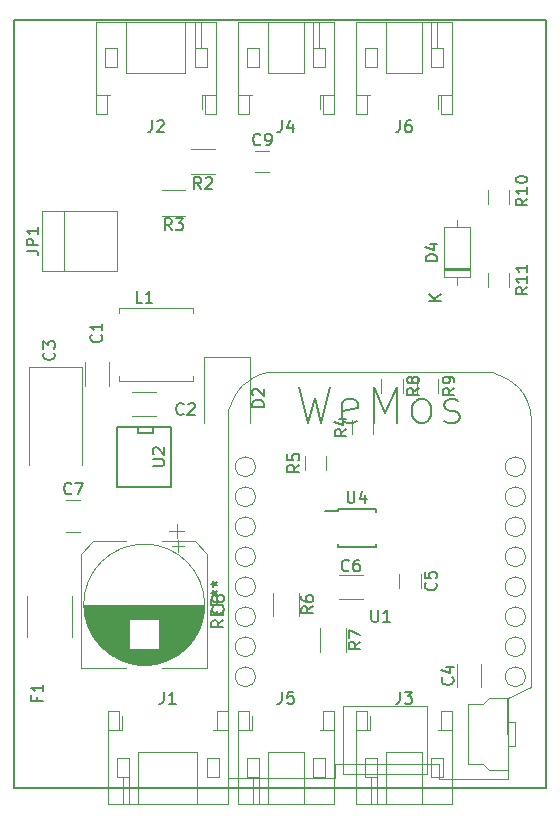
<source format=gbr>
%TF.GenerationSoftware,KiCad,Pcbnew,5.1.1*%
%TF.CreationDate,2019-04-24T12:59:08+01:00*%
%TF.ProjectId,ESP8266_home_battery_controller,45535038-3236-4365-9f68-6f6d655f6261,0.6*%
%TF.SameCoordinates,Original*%
%TF.FileFunction,Legend,Top*%
%TF.FilePolarity,Positive*%
%FSLAX46Y46*%
G04 Gerber Fmt 4.6, Leading zero omitted, Abs format (unit mm)*
G04 Created by KiCad (PCBNEW 5.1.1) date 2019-04-24 12:59:08*
%MOMM*%
%LPD*%
G04 APERTURE LIST*
%ADD10C,0.150000*%
%ADD11C,0.120000*%
%ADD12C,0.100000*%
G04 APERTURE END LIST*
D10*
X150000000Y-55000000D02*
X195000000Y-55000000D01*
X150000000Y-120000000D02*
X150000000Y-55000000D01*
X195000000Y-120000000D02*
X150000000Y-120000000D01*
X195000000Y-55000000D02*
X195000000Y-120000000D01*
D11*
X175860000Y-61360000D02*
X175860000Y-62575000D01*
X175800000Y-57400000D02*
X175800000Y-55140000D01*
X175300000Y-57400000D02*
X175300000Y-55140000D01*
X170700000Y-59000000D02*
X169700000Y-59000000D01*
X170700000Y-57400000D02*
X170700000Y-59000000D01*
X169700000Y-57400000D02*
X170700000Y-57400000D01*
X169700000Y-59000000D02*
X169700000Y-57400000D01*
X175300000Y-59000000D02*
X176300000Y-59000000D01*
X175300000Y-57400000D02*
X175300000Y-59000000D01*
X176300000Y-57400000D02*
X175300000Y-57400000D01*
X176300000Y-59000000D02*
X176300000Y-57400000D01*
X168940000Y-61360000D02*
X169860000Y-61360000D01*
X177060000Y-61360000D02*
X176140000Y-61360000D01*
X171500000Y-59500000D02*
X171500000Y-55140000D01*
X174500000Y-59500000D02*
X171500000Y-59500000D01*
X174500000Y-55140000D02*
X174500000Y-59500000D01*
X169860000Y-61360000D02*
X170140000Y-61360000D01*
X169860000Y-62960000D02*
X169860000Y-61360000D01*
X168940000Y-62960000D02*
X169860000Y-62960000D01*
X168940000Y-55140000D02*
X168940000Y-62960000D01*
X177060000Y-55140000D02*
X168940000Y-55140000D01*
X177060000Y-62960000D02*
X177060000Y-55140000D01*
X176140000Y-62960000D02*
X177060000Y-62960000D01*
X176140000Y-61360000D02*
X176140000Y-62960000D01*
X175860000Y-61360000D02*
X176140000Y-61360000D01*
X155980000Y-84000000D02*
X155980000Y-86000000D01*
X158020000Y-86000000D02*
X158020000Y-84000000D01*
X165100000Y-85600000D02*
X165100000Y-85150000D01*
X165100000Y-79400000D02*
X165100000Y-79850000D01*
X158900000Y-79400000D02*
X158900000Y-79850000D01*
X158900000Y-79400000D02*
X165100000Y-79400000D01*
X158900000Y-85600000D02*
X158900000Y-85150000D01*
X165100000Y-85600000D02*
X158900000Y-85600000D01*
D12*
X191817472Y-119277228D02*
X186006180Y-119277228D01*
X186006180Y-119277228D02*
X185979849Y-117993795D01*
X185979849Y-117993795D02*
X177148627Y-118000483D01*
X177148627Y-118000483D02*
X177150603Y-119202736D01*
X177150603Y-119202736D02*
X168069807Y-119176658D01*
X168069807Y-119176658D02*
X168083805Y-88006507D01*
X168083805Y-88006507D02*
X168316616Y-87403714D01*
X168316616Y-87403714D02*
X168600099Y-86858833D01*
X168600099Y-86858833D02*
X168934747Y-86372423D01*
X168934747Y-86372423D02*
X169321047Y-85945048D01*
X169321047Y-85945048D02*
X169759488Y-85577259D01*
X169759488Y-85577259D02*
X170250560Y-85269623D01*
X170250560Y-85269623D02*
X170794750Y-85022690D01*
X170794750Y-85022690D02*
X171392547Y-84837024D01*
X171392547Y-84837024D02*
X190430460Y-84808266D01*
X190430460Y-84808266D02*
X191049824Y-85042259D01*
X191049824Y-85042259D02*
X191638018Y-85326742D01*
X191638018Y-85326742D02*
X192181445Y-85676257D01*
X192181445Y-85676257D02*
X192666503Y-86105342D01*
X192666503Y-86105342D02*
X193079595Y-86628540D01*
X193079595Y-86628540D02*
X193407122Y-87260387D01*
X193407122Y-87260387D02*
X193635482Y-88015425D01*
X193635482Y-88015425D02*
X193751078Y-88908193D01*
X193751078Y-88908193D02*
X193776026Y-111463285D01*
X193776026Y-111463285D02*
X191832480Y-112424181D01*
X191832480Y-112424181D02*
X191802686Y-119232524D01*
X177820350Y-113051451D02*
X184959931Y-113051451D01*
X184959931Y-113051451D02*
X184959931Y-118865188D01*
X184959931Y-118865188D02*
X177820350Y-118865188D01*
X177820350Y-118865188D02*
X177820350Y-113051451D01*
X191743600Y-112402349D02*
X190191378Y-112402349D01*
X190191378Y-112402349D02*
X189662211Y-112931515D01*
X189662211Y-112931515D02*
X188409850Y-112931515D01*
X188409850Y-112931515D02*
X188409850Y-117993876D01*
X188409850Y-117993876D02*
X189697489Y-117993876D01*
X189697489Y-117993876D02*
X190226656Y-118487765D01*
X190226656Y-118487765D02*
X191796517Y-118487765D01*
X191796517Y-118487765D02*
X191743600Y-112402349D01*
X191778878Y-114483738D02*
X192431517Y-114483738D01*
X192431517Y-114483738D02*
X192431517Y-116476932D01*
X192431517Y-116476932D02*
X191814156Y-116476932D01*
D10*
X177375000Y-96550000D02*
X176300000Y-96550000D01*
X177375000Y-99625000D02*
X180625000Y-99625000D01*
X177375000Y-96375000D02*
X180625000Y-96375000D01*
X177375000Y-99625000D02*
X177375000Y-99350000D01*
X180625000Y-99625000D02*
X180625000Y-99350000D01*
X180625000Y-96375000D02*
X180625000Y-96650000D01*
X177375000Y-96375000D02*
X177375000Y-96550000D01*
D11*
X175930000Y-108500000D02*
X175930000Y-106500000D01*
X178070000Y-106500000D02*
X178070000Y-108500000D01*
X174070000Y-103500000D02*
X174070000Y-105500000D01*
X171930000Y-105500000D02*
X171930000Y-103500000D01*
X154880000Y-107230000D02*
X154880000Y-103770000D01*
X151120000Y-107230000D02*
X151120000Y-103770000D01*
X154230000Y-71190000D02*
X154230000Y-76270000D01*
X158670000Y-71190000D02*
X158670000Y-76270000D01*
X152330000Y-76270000D02*
X152330000Y-71190000D01*
X152330000Y-76270000D02*
X158670000Y-76270000D01*
X152330000Y-71190000D02*
X158670000Y-71190000D01*
D10*
X163286000Y-89460000D02*
X163286000Y-94540000D01*
X163286000Y-94540000D02*
X158714000Y-94540000D01*
X158714000Y-94540000D02*
X158714000Y-89460000D01*
X158714000Y-89460000D02*
X163286000Y-89460000D01*
X161762000Y-89460000D02*
X161762000Y-89968000D01*
X161762000Y-89968000D02*
X160492000Y-89968000D01*
X160492000Y-89968000D02*
X160492000Y-89460000D01*
D11*
X162000000Y-86480000D02*
X160000000Y-86480000D01*
X160000000Y-88520000D02*
X162000000Y-88520000D01*
X169950000Y-83540000D02*
X166050000Y-83540000D01*
X166050000Y-83540000D02*
X166050000Y-89150000D01*
X169950000Y-83540000D02*
X169950000Y-89150000D01*
X165000000Y-65930000D02*
X167000000Y-65930000D01*
X167000000Y-68070000D02*
X165000000Y-68070000D01*
X162500000Y-69430000D02*
X164500000Y-69430000D01*
X164500000Y-71570000D02*
X162500000Y-71570000D01*
X187480000Y-109500000D02*
X187480000Y-111500000D01*
X189520000Y-111500000D02*
X189520000Y-109500000D01*
X179500000Y-101980000D02*
X177500000Y-101980000D01*
X177500000Y-104020000D02*
X179500000Y-104020000D01*
X184410000Y-101897936D02*
X184410000Y-103102064D01*
X182590000Y-101897936D02*
X182590000Y-103102064D01*
X181090000Y-85397936D02*
X181090000Y-86602064D01*
X182910000Y-85397936D02*
X182910000Y-86602064D01*
X185910000Y-85397936D02*
X185910000Y-86602064D01*
X184090000Y-85397936D02*
X184090000Y-86602064D01*
X191910000Y-69397936D02*
X191910000Y-70602064D01*
X190090000Y-69397936D02*
X190090000Y-70602064D01*
X190090000Y-76397936D02*
X190090000Y-77602064D01*
X191910000Y-76397936D02*
X191910000Y-77602064D01*
X155760000Y-92650000D02*
X155760000Y-84415000D01*
X155760000Y-84415000D02*
X151240000Y-84415000D01*
X151240000Y-84415000D02*
X151240000Y-92650000D01*
X154397936Y-95640000D02*
X155602064Y-95640000D01*
X154397936Y-98360000D02*
X155602064Y-98360000D01*
X155640000Y-109860000D02*
X159490000Y-109860000D01*
X166360000Y-109860000D02*
X162510000Y-109860000D01*
X166360000Y-100204437D02*
X166360000Y-109860000D01*
X155640000Y-100204437D02*
X155640000Y-109860000D01*
X156704437Y-99140000D02*
X159490000Y-99140000D01*
X165295563Y-99140000D02*
X162510000Y-99140000D01*
X165295563Y-99140000D02*
X166360000Y-100204437D01*
X156704437Y-99140000D02*
X155640000Y-100204437D01*
X163760000Y-97650000D02*
X163760000Y-98900000D01*
X164385000Y-98275000D02*
X163135000Y-98275000D01*
X170397936Y-66090000D02*
X171602064Y-66090000D01*
X170397936Y-67910000D02*
X171602064Y-67910000D01*
X165860000Y-61360000D02*
X166140000Y-61360000D01*
X166140000Y-61360000D02*
X166140000Y-62960000D01*
X166140000Y-62960000D02*
X167060000Y-62960000D01*
X167060000Y-62960000D02*
X167060000Y-55140000D01*
X167060000Y-55140000D02*
X156940000Y-55140000D01*
X156940000Y-55140000D02*
X156940000Y-62960000D01*
X156940000Y-62960000D02*
X157860000Y-62960000D01*
X157860000Y-62960000D02*
X157860000Y-61360000D01*
X157860000Y-61360000D02*
X158140000Y-61360000D01*
X164500000Y-55140000D02*
X164500000Y-59500000D01*
X164500000Y-59500000D02*
X159500000Y-59500000D01*
X159500000Y-59500000D02*
X159500000Y-55140000D01*
X167060000Y-61360000D02*
X166140000Y-61360000D01*
X156940000Y-61360000D02*
X157860000Y-61360000D01*
X166300000Y-59000000D02*
X166300000Y-57400000D01*
X166300000Y-57400000D02*
X165300000Y-57400000D01*
X165300000Y-57400000D02*
X165300000Y-59000000D01*
X165300000Y-59000000D02*
X166300000Y-59000000D01*
X157700000Y-59000000D02*
X157700000Y-57400000D01*
X157700000Y-57400000D02*
X158700000Y-57400000D01*
X158700000Y-57400000D02*
X158700000Y-59000000D01*
X158700000Y-59000000D02*
X157700000Y-59000000D01*
X165300000Y-57400000D02*
X165300000Y-55140000D01*
X165800000Y-57400000D02*
X165800000Y-55140000D01*
X165860000Y-61360000D02*
X165860000Y-62575000D01*
X180410000Y-90102064D02*
X180410000Y-88897936D01*
X178590000Y-90102064D02*
X178590000Y-88897936D01*
X174590000Y-93102064D02*
X174590000Y-91897936D01*
X176410000Y-93102064D02*
X176410000Y-91897936D01*
X170140000Y-115140000D02*
X170140000Y-113925000D01*
X170200000Y-119100000D02*
X170200000Y-121360000D01*
X170700000Y-119100000D02*
X170700000Y-121360000D01*
X175300000Y-117500000D02*
X176300000Y-117500000D01*
X175300000Y-119100000D02*
X175300000Y-117500000D01*
X176300000Y-119100000D02*
X175300000Y-119100000D01*
X176300000Y-117500000D02*
X176300000Y-119100000D01*
X170700000Y-117500000D02*
X169700000Y-117500000D01*
X170700000Y-119100000D02*
X170700000Y-117500000D01*
X169700000Y-119100000D02*
X170700000Y-119100000D01*
X169700000Y-117500000D02*
X169700000Y-119100000D01*
X177060000Y-115140000D02*
X176140000Y-115140000D01*
X168940000Y-115140000D02*
X169860000Y-115140000D01*
X174500000Y-117000000D02*
X174500000Y-121360000D01*
X171500000Y-117000000D02*
X174500000Y-117000000D01*
X171500000Y-121360000D02*
X171500000Y-117000000D01*
X176140000Y-115140000D02*
X175860000Y-115140000D01*
X176140000Y-113540000D02*
X176140000Y-115140000D01*
X177060000Y-113540000D02*
X176140000Y-113540000D01*
X177060000Y-121360000D02*
X177060000Y-113540000D01*
X168940000Y-121360000D02*
X177060000Y-121360000D01*
X168940000Y-113540000D02*
X168940000Y-121360000D01*
X169860000Y-113540000D02*
X168940000Y-113540000D01*
X169860000Y-115140000D02*
X169860000Y-113540000D01*
X170140000Y-115140000D02*
X169860000Y-115140000D01*
X185860000Y-61360000D02*
X186140000Y-61360000D01*
X186140000Y-61360000D02*
X186140000Y-62960000D01*
X186140000Y-62960000D02*
X187060000Y-62960000D01*
X187060000Y-62960000D02*
X187060000Y-55140000D01*
X187060000Y-55140000D02*
X178940000Y-55140000D01*
X178940000Y-55140000D02*
X178940000Y-62960000D01*
X178940000Y-62960000D02*
X179860000Y-62960000D01*
X179860000Y-62960000D02*
X179860000Y-61360000D01*
X179860000Y-61360000D02*
X180140000Y-61360000D01*
X184500000Y-55140000D02*
X184500000Y-59500000D01*
X184500000Y-59500000D02*
X181500000Y-59500000D01*
X181500000Y-59500000D02*
X181500000Y-55140000D01*
X187060000Y-61360000D02*
X186140000Y-61360000D01*
X178940000Y-61360000D02*
X179860000Y-61360000D01*
X186300000Y-59000000D02*
X186300000Y-57400000D01*
X186300000Y-57400000D02*
X185300000Y-57400000D01*
X185300000Y-57400000D02*
X185300000Y-59000000D01*
X185300000Y-59000000D02*
X186300000Y-59000000D01*
X179700000Y-59000000D02*
X179700000Y-57400000D01*
X179700000Y-57400000D02*
X180700000Y-57400000D01*
X180700000Y-57400000D02*
X180700000Y-59000000D01*
X180700000Y-59000000D02*
X179700000Y-59000000D01*
X185300000Y-57400000D02*
X185300000Y-55140000D01*
X185800000Y-57400000D02*
X185800000Y-55140000D01*
X185860000Y-61360000D02*
X185860000Y-62575000D01*
X180140000Y-115140000D02*
X179860000Y-115140000D01*
X179860000Y-115140000D02*
X179860000Y-113540000D01*
X179860000Y-113540000D02*
X178940000Y-113540000D01*
X178940000Y-113540000D02*
X178940000Y-121360000D01*
X178940000Y-121360000D02*
X187060000Y-121360000D01*
X187060000Y-121360000D02*
X187060000Y-113540000D01*
X187060000Y-113540000D02*
X186140000Y-113540000D01*
X186140000Y-113540000D02*
X186140000Y-115140000D01*
X186140000Y-115140000D02*
X185860000Y-115140000D01*
X181500000Y-121360000D02*
X181500000Y-117000000D01*
X181500000Y-117000000D02*
X184500000Y-117000000D01*
X184500000Y-117000000D02*
X184500000Y-121360000D01*
X178940000Y-115140000D02*
X179860000Y-115140000D01*
X187060000Y-115140000D02*
X186140000Y-115140000D01*
X179700000Y-117500000D02*
X179700000Y-119100000D01*
X179700000Y-119100000D02*
X180700000Y-119100000D01*
X180700000Y-119100000D02*
X180700000Y-117500000D01*
X180700000Y-117500000D02*
X179700000Y-117500000D01*
X186300000Y-117500000D02*
X186300000Y-119100000D01*
X186300000Y-119100000D02*
X185300000Y-119100000D01*
X185300000Y-119100000D02*
X185300000Y-117500000D01*
X185300000Y-117500000D02*
X186300000Y-117500000D01*
X180700000Y-119100000D02*
X180700000Y-121360000D01*
X180200000Y-119100000D02*
X180200000Y-121360000D01*
X180140000Y-115140000D02*
X180140000Y-113925000D01*
X159140000Y-115140000D02*
X158860000Y-115140000D01*
X158860000Y-115140000D02*
X158860000Y-113540000D01*
X158860000Y-113540000D02*
X157940000Y-113540000D01*
X157940000Y-113540000D02*
X157940000Y-121360000D01*
X157940000Y-121360000D02*
X168060000Y-121360000D01*
X168060000Y-121360000D02*
X168060000Y-113540000D01*
X168060000Y-113540000D02*
X167140000Y-113540000D01*
X167140000Y-113540000D02*
X167140000Y-115140000D01*
X167140000Y-115140000D02*
X166860000Y-115140000D01*
X160500000Y-121360000D02*
X160500000Y-117000000D01*
X160500000Y-117000000D02*
X165500000Y-117000000D01*
X165500000Y-117000000D02*
X165500000Y-121360000D01*
X157940000Y-115140000D02*
X158860000Y-115140000D01*
X168060000Y-115140000D02*
X167140000Y-115140000D01*
X158700000Y-117500000D02*
X158700000Y-119100000D01*
X158700000Y-119100000D02*
X159700000Y-119100000D01*
X159700000Y-119100000D02*
X159700000Y-117500000D01*
X159700000Y-117500000D02*
X158700000Y-117500000D01*
X167300000Y-117500000D02*
X167300000Y-119100000D01*
X167300000Y-119100000D02*
X166300000Y-119100000D01*
X166300000Y-119100000D02*
X166300000Y-117500000D01*
X166300000Y-117500000D02*
X167300000Y-117500000D01*
X159700000Y-119100000D02*
X159700000Y-121360000D01*
X159200000Y-119100000D02*
X159200000Y-121360000D01*
X159140000Y-115140000D02*
X159140000Y-113925000D01*
X164375000Y-99520354D02*
X163375000Y-99520354D01*
X163875000Y-99020354D02*
X163875000Y-100020354D01*
X161599000Y-109581000D02*
X160401000Y-109581000D01*
X161862000Y-109541000D02*
X160138000Y-109541000D01*
X162062000Y-109501000D02*
X159938000Y-109501000D01*
X162230000Y-109461000D02*
X159770000Y-109461000D01*
X162378000Y-109421000D02*
X159622000Y-109421000D01*
X162510000Y-109381000D02*
X159490000Y-109381000D01*
X162630000Y-109341000D02*
X159370000Y-109341000D01*
X162742000Y-109301000D02*
X159258000Y-109301000D01*
X162846000Y-109261000D02*
X159154000Y-109261000D01*
X162944000Y-109221000D02*
X159056000Y-109221000D01*
X163037000Y-109181000D02*
X158963000Y-109181000D01*
X163125000Y-109141000D02*
X158875000Y-109141000D01*
X163209000Y-109101000D02*
X158791000Y-109101000D01*
X163289000Y-109061000D02*
X158711000Y-109061000D01*
X163365000Y-109021000D02*
X158635000Y-109021000D01*
X163439000Y-108981000D02*
X158561000Y-108981000D01*
X163510000Y-108941000D02*
X158490000Y-108941000D01*
X163579000Y-108901000D02*
X158421000Y-108901000D01*
X163645000Y-108861000D02*
X158355000Y-108861000D01*
X163709000Y-108821000D02*
X158291000Y-108821000D01*
X163770000Y-108781000D02*
X158230000Y-108781000D01*
X163830000Y-108741000D02*
X158170000Y-108741000D01*
X163889000Y-108701000D02*
X158111000Y-108701000D01*
X163945000Y-108661000D02*
X158055000Y-108661000D01*
X164000000Y-108621000D02*
X158000000Y-108621000D01*
X164054000Y-108581000D02*
X157946000Y-108581000D01*
X164106000Y-108541000D02*
X157894000Y-108541000D01*
X164156000Y-108501000D02*
X157844000Y-108501000D01*
X164206000Y-108461000D02*
X157794000Y-108461000D01*
X164254000Y-108421000D02*
X157746000Y-108421000D01*
X164301000Y-108381000D02*
X157699000Y-108381000D01*
X164347000Y-108341000D02*
X157653000Y-108341000D01*
X164392000Y-108301000D02*
X157608000Y-108301000D01*
X164436000Y-108261000D02*
X157564000Y-108261000D01*
X159759000Y-108221000D02*
X157522000Y-108221000D01*
X164478000Y-108221000D02*
X162241000Y-108221000D01*
X159759000Y-108181000D02*
X157480000Y-108181000D01*
X164520000Y-108181000D02*
X162241000Y-108181000D01*
X159759000Y-108141000D02*
X157439000Y-108141000D01*
X164561000Y-108141000D02*
X162241000Y-108141000D01*
X159759000Y-108101000D02*
X157399000Y-108101000D01*
X164601000Y-108101000D02*
X162241000Y-108101000D01*
X159759000Y-108061000D02*
X157360000Y-108061000D01*
X164640000Y-108061000D02*
X162241000Y-108061000D01*
X159759000Y-108021000D02*
X157321000Y-108021000D01*
X164679000Y-108021000D02*
X162241000Y-108021000D01*
X159759000Y-107981000D02*
X157284000Y-107981000D01*
X164716000Y-107981000D02*
X162241000Y-107981000D01*
X159759000Y-107941000D02*
X157247000Y-107941000D01*
X164753000Y-107941000D02*
X162241000Y-107941000D01*
X159759000Y-107901000D02*
X157211000Y-107901000D01*
X164789000Y-107901000D02*
X162241000Y-107901000D01*
X159759000Y-107861000D02*
X157176000Y-107861000D01*
X164824000Y-107861000D02*
X162241000Y-107861000D01*
X159759000Y-107821000D02*
X157142000Y-107821000D01*
X164858000Y-107821000D02*
X162241000Y-107821000D01*
X159759000Y-107781000D02*
X157108000Y-107781000D01*
X164892000Y-107781000D02*
X162241000Y-107781000D01*
X159759000Y-107741000D02*
X157075000Y-107741000D01*
X164925000Y-107741000D02*
X162241000Y-107741000D01*
X159759000Y-107701000D02*
X157043000Y-107701000D01*
X164957000Y-107701000D02*
X162241000Y-107701000D01*
X159759000Y-107661000D02*
X157011000Y-107661000D01*
X164989000Y-107661000D02*
X162241000Y-107661000D01*
X159759000Y-107621000D02*
X156980000Y-107621000D01*
X165020000Y-107621000D02*
X162241000Y-107621000D01*
X159759000Y-107581000D02*
X156950000Y-107581000D01*
X165050000Y-107581000D02*
X162241000Y-107581000D01*
X159759000Y-107541000D02*
X156920000Y-107541000D01*
X165080000Y-107541000D02*
X162241000Y-107541000D01*
X159759000Y-107501000D02*
X156890000Y-107501000D01*
X165110000Y-107501000D02*
X162241000Y-107501000D01*
X159759000Y-107461000D02*
X156862000Y-107461000D01*
X165138000Y-107461000D02*
X162241000Y-107461000D01*
X159759000Y-107421000D02*
X156834000Y-107421000D01*
X165166000Y-107421000D02*
X162241000Y-107421000D01*
X159759000Y-107381000D02*
X156806000Y-107381000D01*
X165194000Y-107381000D02*
X162241000Y-107381000D01*
X159759000Y-107341000D02*
X156779000Y-107341000D01*
X165221000Y-107341000D02*
X162241000Y-107341000D01*
X159759000Y-107301000D02*
X156753000Y-107301000D01*
X165247000Y-107301000D02*
X162241000Y-107301000D01*
X159759000Y-107261000D02*
X156727000Y-107261000D01*
X165273000Y-107261000D02*
X162241000Y-107261000D01*
X159759000Y-107221000D02*
X156702000Y-107221000D01*
X165298000Y-107221000D02*
X162241000Y-107221000D01*
X159759000Y-107181000D02*
X156677000Y-107181000D01*
X165323000Y-107181000D02*
X162241000Y-107181000D01*
X159759000Y-107141000D02*
X156653000Y-107141000D01*
X165347000Y-107141000D02*
X162241000Y-107141000D01*
X159759000Y-107101000D02*
X156629000Y-107101000D01*
X165371000Y-107101000D02*
X162241000Y-107101000D01*
X159759000Y-107061000D02*
X156605000Y-107061000D01*
X165395000Y-107061000D02*
X162241000Y-107061000D01*
X159759000Y-107021000D02*
X156583000Y-107021000D01*
X165417000Y-107021000D02*
X162241000Y-107021000D01*
X159759000Y-106981000D02*
X156560000Y-106981000D01*
X165440000Y-106981000D02*
X162241000Y-106981000D01*
X159759000Y-106941000D02*
X156538000Y-106941000D01*
X165462000Y-106941000D02*
X162241000Y-106941000D01*
X159759000Y-106901000D02*
X156517000Y-106901000D01*
X165483000Y-106901000D02*
X162241000Y-106901000D01*
X159759000Y-106861000D02*
X156496000Y-106861000D01*
X165504000Y-106861000D02*
X162241000Y-106861000D01*
X159759000Y-106821000D02*
X156475000Y-106821000D01*
X165525000Y-106821000D02*
X162241000Y-106821000D01*
X159759000Y-106781000D02*
X156455000Y-106781000D01*
X165545000Y-106781000D02*
X162241000Y-106781000D01*
X159759000Y-106741000D02*
X156436000Y-106741000D01*
X165564000Y-106741000D02*
X162241000Y-106741000D01*
X159759000Y-106701000D02*
X156416000Y-106701000D01*
X165584000Y-106701000D02*
X162241000Y-106701000D01*
X159759000Y-106661000D02*
X156397000Y-106661000D01*
X165603000Y-106661000D02*
X162241000Y-106661000D01*
X159759000Y-106621000D02*
X156379000Y-106621000D01*
X165621000Y-106621000D02*
X162241000Y-106621000D01*
X159759000Y-106581000D02*
X156361000Y-106581000D01*
X165639000Y-106581000D02*
X162241000Y-106581000D01*
X159759000Y-106541000D02*
X156343000Y-106541000D01*
X165657000Y-106541000D02*
X162241000Y-106541000D01*
X159759000Y-106501000D02*
X156326000Y-106501000D01*
X165674000Y-106501000D02*
X162241000Y-106501000D01*
X159759000Y-106461000D02*
X156310000Y-106461000D01*
X165690000Y-106461000D02*
X162241000Y-106461000D01*
X159759000Y-106421000D02*
X156293000Y-106421000D01*
X165707000Y-106421000D02*
X162241000Y-106421000D01*
X159759000Y-106381000D02*
X156277000Y-106381000D01*
X165723000Y-106381000D02*
X162241000Y-106381000D01*
X159759000Y-106341000D02*
X156262000Y-106341000D01*
X165738000Y-106341000D02*
X162241000Y-106341000D01*
X159759000Y-106301000D02*
X156246000Y-106301000D01*
X165754000Y-106301000D02*
X162241000Y-106301000D01*
X159759000Y-106261000D02*
X156232000Y-106261000D01*
X165768000Y-106261000D02*
X162241000Y-106261000D01*
X159759000Y-106221000D02*
X156217000Y-106221000D01*
X165783000Y-106221000D02*
X162241000Y-106221000D01*
X159759000Y-106181000D02*
X156203000Y-106181000D01*
X165797000Y-106181000D02*
X162241000Y-106181000D01*
X159759000Y-106141000D02*
X156189000Y-106141000D01*
X165811000Y-106141000D02*
X162241000Y-106141000D01*
X159759000Y-106101000D02*
X156176000Y-106101000D01*
X165824000Y-106101000D02*
X162241000Y-106101000D01*
X159759000Y-106061000D02*
X156163000Y-106061000D01*
X165837000Y-106061000D02*
X162241000Y-106061000D01*
X159759000Y-106021000D02*
X156150000Y-106021000D01*
X165850000Y-106021000D02*
X162241000Y-106021000D01*
X159759000Y-105981000D02*
X156138000Y-105981000D01*
X165862000Y-105981000D02*
X162241000Y-105981000D01*
X159759000Y-105941000D02*
X156126000Y-105941000D01*
X165874000Y-105941000D02*
X162241000Y-105941000D01*
X159759000Y-105901000D02*
X156115000Y-105901000D01*
X165885000Y-105901000D02*
X162241000Y-105901000D01*
X159759000Y-105861000D02*
X156103000Y-105861000D01*
X165897000Y-105861000D02*
X162241000Y-105861000D01*
X159759000Y-105821000D02*
X156093000Y-105821000D01*
X165907000Y-105821000D02*
X162241000Y-105821000D01*
X159759000Y-105781000D02*
X156082000Y-105781000D01*
X165918000Y-105781000D02*
X162241000Y-105781000D01*
X165928000Y-105741000D02*
X156072000Y-105741000D01*
X165938000Y-105701000D02*
X156062000Y-105701000D01*
X165947000Y-105661000D02*
X156053000Y-105661000D01*
X165956000Y-105621000D02*
X156044000Y-105621000D01*
X165965000Y-105581000D02*
X156035000Y-105581000D01*
X165974000Y-105541000D02*
X156026000Y-105541000D01*
X165982000Y-105501000D02*
X156018000Y-105501000D01*
X165990000Y-105461000D02*
X156010000Y-105461000D01*
X165997000Y-105421000D02*
X156003000Y-105421000D01*
X166004000Y-105381000D02*
X155996000Y-105381000D01*
X166011000Y-105341000D02*
X155989000Y-105341000D01*
X166018000Y-105301000D02*
X155982000Y-105301000D01*
X166024000Y-105261000D02*
X155976000Y-105261000D01*
X166030000Y-105221000D02*
X155970000Y-105221000D01*
X166035000Y-105180000D02*
X155965000Y-105180000D01*
X166040000Y-105140000D02*
X155960000Y-105140000D01*
X166045000Y-105100000D02*
X155955000Y-105100000D01*
X166050000Y-105060000D02*
X155950000Y-105060000D01*
X166054000Y-105020000D02*
X155946000Y-105020000D01*
X166058000Y-104980000D02*
X155942000Y-104980000D01*
X166062000Y-104940000D02*
X155938000Y-104940000D01*
X166065000Y-104900000D02*
X155935000Y-104900000D01*
X166068000Y-104860000D02*
X155932000Y-104860000D01*
X166070000Y-104820000D02*
X155930000Y-104820000D01*
X166073000Y-104780000D02*
X155927000Y-104780000D01*
X166075000Y-104740000D02*
X155925000Y-104740000D01*
X166077000Y-104700000D02*
X155923000Y-104700000D01*
X166078000Y-104660000D02*
X155922000Y-104660000D01*
X166079000Y-104620000D02*
X155921000Y-104620000D01*
X166080000Y-104580000D02*
X155920000Y-104580000D01*
X166080000Y-104540000D02*
X155920000Y-104540000D01*
X166080000Y-104500000D02*
X155920000Y-104500000D01*
X166120000Y-104500000D02*
G75*
G03X166120000Y-104500000I-5120000J0D01*
G01*
X186380000Y-76810000D02*
X188620000Y-76810000D01*
X188620000Y-76810000D02*
X188620000Y-72570000D01*
X188620000Y-72570000D02*
X186380000Y-72570000D01*
X186380000Y-72570000D02*
X186380000Y-76810000D01*
X187500000Y-77460000D02*
X187500000Y-76810000D01*
X187500000Y-71920000D02*
X187500000Y-72570000D01*
X186380000Y-76090000D02*
X188620000Y-76090000D01*
X186380000Y-75970000D02*
X188620000Y-75970000D01*
X186380000Y-76210000D02*
X188620000Y-76210000D01*
D12*
X170420000Y-92840000D02*
G75*
G03X170420000Y-92840000I-850000J0D01*
G01*
X170420000Y-95380000D02*
G75*
G03X170420000Y-95380000I-850000J0D01*
G01*
X170420000Y-97920000D02*
G75*
G03X170420000Y-97920000I-850000J0D01*
G01*
X170420000Y-100460000D02*
G75*
G03X170420000Y-100460000I-850000J0D01*
G01*
X170420000Y-103000000D02*
G75*
G03X170420000Y-103000000I-850000J0D01*
G01*
X170420000Y-105540000D02*
G75*
G03X170420000Y-105540000I-850000J0D01*
G01*
X170420000Y-108080000D02*
G75*
G03X170420000Y-108080000I-850000J0D01*
G01*
X170420000Y-110620000D02*
G75*
G03X170420000Y-110620000I-850000J0D01*
G01*
X193280000Y-110620000D02*
G75*
G03X193280000Y-110620000I-850000J0D01*
G01*
X193280000Y-108080000D02*
G75*
G03X193280000Y-108080000I-850000J0D01*
G01*
X193280000Y-105540000D02*
G75*
G03X193280000Y-105540000I-850000J0D01*
G01*
X193280000Y-103000000D02*
G75*
G03X193280000Y-103000000I-850000J0D01*
G01*
X193280000Y-100460000D02*
G75*
G03X193280000Y-100460000I-850000J0D01*
G01*
X193280000Y-97920000D02*
G75*
G03X193280000Y-97920000I-850000J0D01*
G01*
X193280000Y-95380000D02*
G75*
G03X193280000Y-95380000I-850000J0D01*
G01*
X193280000Y-92840000D02*
G75*
G03X193280000Y-92840000I-850000J0D01*
G01*
D10*
X172666666Y-63502380D02*
X172666666Y-64216666D01*
X172619047Y-64359523D01*
X172523809Y-64454761D01*
X172380952Y-64502380D01*
X172285714Y-64502380D01*
X173571428Y-63835714D02*
X173571428Y-64502380D01*
X173333333Y-63454761D02*
X173095238Y-64169047D01*
X173714285Y-64169047D01*
X157357142Y-81666666D02*
X157404761Y-81714285D01*
X157452380Y-81857142D01*
X157452380Y-81952380D01*
X157404761Y-82095238D01*
X157309523Y-82190476D01*
X157214285Y-82238095D01*
X157023809Y-82285714D01*
X156880952Y-82285714D01*
X156690476Y-82238095D01*
X156595238Y-82190476D01*
X156500000Y-82095238D01*
X156452380Y-81952380D01*
X156452380Y-81857142D01*
X156500000Y-81714285D01*
X156547619Y-81666666D01*
X157452380Y-80714285D02*
X157452380Y-81285714D01*
X157452380Y-81000000D02*
X156452380Y-81000000D01*
X156595238Y-81095238D01*
X156690476Y-81190476D01*
X156738095Y-81285714D01*
X160833333Y-78952380D02*
X160357142Y-78952380D01*
X160357142Y-77952380D01*
X161690476Y-78952380D02*
X161119047Y-78952380D01*
X161404761Y-78952380D02*
X161404761Y-77952380D01*
X161309523Y-78095238D01*
X161214285Y-78190476D01*
X161119047Y-78238095D01*
X180238095Y-104952380D02*
X180238095Y-105761904D01*
X180285714Y-105857142D01*
X180333333Y-105904761D01*
X180428571Y-105952380D01*
X180619047Y-105952380D01*
X180714285Y-105904761D01*
X180761904Y-105857142D01*
X180809523Y-105761904D01*
X180809523Y-104952380D01*
X181809523Y-105952380D02*
X181238095Y-105952380D01*
X181523809Y-105952380D02*
X181523809Y-104952380D01*
X181428571Y-105095238D01*
X181333333Y-105190476D01*
X181238095Y-105238095D01*
X174142857Y-86117142D02*
X174857142Y-89117142D01*
X175428571Y-86974285D01*
X176000000Y-89117142D01*
X176714285Y-86117142D01*
X179000000Y-88974285D02*
X178714285Y-89117142D01*
X178142857Y-89117142D01*
X177857142Y-88974285D01*
X177714285Y-88688571D01*
X177714285Y-87545714D01*
X177857142Y-87260000D01*
X178142857Y-87117142D01*
X178714285Y-87117142D01*
X179000000Y-87260000D01*
X179142857Y-87545714D01*
X179142857Y-87831428D01*
X177714285Y-88117142D01*
X180428571Y-89117142D02*
X180428571Y-86117142D01*
X181428571Y-88260000D01*
X182428571Y-86117142D01*
X182428571Y-89117142D01*
X184285714Y-89117142D02*
X184000000Y-88974285D01*
X183857142Y-88831428D01*
X183714285Y-88545714D01*
X183714285Y-87688571D01*
X183857142Y-87402857D01*
X184000000Y-87260000D01*
X184285714Y-87117142D01*
X184714285Y-87117142D01*
X185000000Y-87260000D01*
X185142857Y-87402857D01*
X185285714Y-87688571D01*
X185285714Y-88545714D01*
X185142857Y-88831428D01*
X185000000Y-88974285D01*
X184714285Y-89117142D01*
X184285714Y-89117142D01*
X186428571Y-88974285D02*
X186714285Y-89117142D01*
X187285714Y-89117142D01*
X187571428Y-88974285D01*
X187714285Y-88688571D01*
X187714285Y-88545714D01*
X187571428Y-88260000D01*
X187285714Y-88117142D01*
X186857142Y-88117142D01*
X186571428Y-87974285D01*
X186428571Y-87688571D01*
X186428571Y-87545714D01*
X186571428Y-87260000D01*
X186857142Y-87117142D01*
X187285714Y-87117142D01*
X187571428Y-87260000D01*
X178238095Y-94902380D02*
X178238095Y-95711904D01*
X178285714Y-95807142D01*
X178333333Y-95854761D01*
X178428571Y-95902380D01*
X178619047Y-95902380D01*
X178714285Y-95854761D01*
X178761904Y-95807142D01*
X178809523Y-95711904D01*
X178809523Y-94902380D01*
X179714285Y-95235714D02*
X179714285Y-95902380D01*
X179476190Y-94854761D02*
X179238095Y-95569047D01*
X179857142Y-95569047D01*
X179302380Y-107666666D02*
X178826190Y-108000000D01*
X179302380Y-108238095D02*
X178302380Y-108238095D01*
X178302380Y-107857142D01*
X178350000Y-107761904D01*
X178397619Y-107714285D01*
X178492857Y-107666666D01*
X178635714Y-107666666D01*
X178730952Y-107714285D01*
X178778571Y-107761904D01*
X178826190Y-107857142D01*
X178826190Y-108238095D01*
X178302380Y-107333333D02*
X178302380Y-106666666D01*
X179302380Y-107095238D01*
X175302380Y-104666666D02*
X174826190Y-105000000D01*
X175302380Y-105238095D02*
X174302380Y-105238095D01*
X174302380Y-104857142D01*
X174350000Y-104761904D01*
X174397619Y-104714285D01*
X174492857Y-104666666D01*
X174635714Y-104666666D01*
X174730952Y-104714285D01*
X174778571Y-104761904D01*
X174826190Y-104857142D01*
X174826190Y-105238095D01*
X174302380Y-103809523D02*
X174302380Y-104000000D01*
X174350000Y-104095238D01*
X174397619Y-104142857D01*
X174540476Y-104238095D01*
X174730952Y-104285714D01*
X175111904Y-104285714D01*
X175207142Y-104238095D01*
X175254761Y-104190476D01*
X175302380Y-104095238D01*
X175302380Y-103904761D01*
X175254761Y-103809523D01*
X175207142Y-103761904D01*
X175111904Y-103714285D01*
X174873809Y-103714285D01*
X174778571Y-103761904D01*
X174730952Y-103809523D01*
X174683333Y-103904761D01*
X174683333Y-104095238D01*
X174730952Y-104190476D01*
X174778571Y-104238095D01*
X174873809Y-104285714D01*
X151928571Y-112333333D02*
X151928571Y-112666666D01*
X152452380Y-112666666D02*
X151452380Y-112666666D01*
X151452380Y-112190476D01*
X152452380Y-111285714D02*
X152452380Y-111857142D01*
X152452380Y-111571428D02*
X151452380Y-111571428D01*
X151595238Y-111666666D01*
X151690476Y-111761904D01*
X151738095Y-111857142D01*
X151052380Y-74563333D02*
X151766666Y-74563333D01*
X151909523Y-74610952D01*
X152004761Y-74706190D01*
X152052380Y-74849047D01*
X152052380Y-74944285D01*
X152052380Y-74087142D02*
X151052380Y-74087142D01*
X151052380Y-73706190D01*
X151100000Y-73610952D01*
X151147619Y-73563333D01*
X151242857Y-73515714D01*
X151385714Y-73515714D01*
X151480952Y-73563333D01*
X151528571Y-73610952D01*
X151576190Y-73706190D01*
X151576190Y-74087142D01*
X152052380Y-72563333D02*
X152052380Y-73134761D01*
X152052380Y-72849047D02*
X151052380Y-72849047D01*
X151195238Y-72944285D01*
X151290476Y-73039523D01*
X151338095Y-73134761D01*
X161722380Y-92761904D02*
X162531904Y-92761904D01*
X162627142Y-92714285D01*
X162674761Y-92666666D01*
X162722380Y-92571428D01*
X162722380Y-92380952D01*
X162674761Y-92285714D01*
X162627142Y-92238095D01*
X162531904Y-92190476D01*
X161722380Y-92190476D01*
X161817619Y-91761904D02*
X161770000Y-91714285D01*
X161722380Y-91619047D01*
X161722380Y-91380952D01*
X161770000Y-91285714D01*
X161817619Y-91238095D01*
X161912857Y-91190476D01*
X162008095Y-91190476D01*
X162150952Y-91238095D01*
X162722380Y-91809523D01*
X162722380Y-91190476D01*
X164333333Y-88357142D02*
X164285714Y-88404761D01*
X164142857Y-88452380D01*
X164047619Y-88452380D01*
X163904761Y-88404761D01*
X163809523Y-88309523D01*
X163761904Y-88214285D01*
X163714285Y-88023809D01*
X163714285Y-87880952D01*
X163761904Y-87690476D01*
X163809523Y-87595238D01*
X163904761Y-87500000D01*
X164047619Y-87452380D01*
X164142857Y-87452380D01*
X164285714Y-87500000D01*
X164333333Y-87547619D01*
X164714285Y-87547619D02*
X164761904Y-87500000D01*
X164857142Y-87452380D01*
X165095238Y-87452380D01*
X165190476Y-87500000D01*
X165238095Y-87547619D01*
X165285714Y-87642857D01*
X165285714Y-87738095D01*
X165238095Y-87880952D01*
X164666666Y-88452380D01*
X165285714Y-88452380D01*
X171152380Y-87738095D02*
X170152380Y-87738095D01*
X170152380Y-87500000D01*
X170200000Y-87357142D01*
X170295238Y-87261904D01*
X170390476Y-87214285D01*
X170580952Y-87166666D01*
X170723809Y-87166666D01*
X170914285Y-87214285D01*
X171009523Y-87261904D01*
X171104761Y-87357142D01*
X171152380Y-87500000D01*
X171152380Y-87738095D01*
X170247619Y-86785714D02*
X170200000Y-86738095D01*
X170152380Y-86642857D01*
X170152380Y-86404761D01*
X170200000Y-86309523D01*
X170247619Y-86261904D01*
X170342857Y-86214285D01*
X170438095Y-86214285D01*
X170580952Y-86261904D01*
X171152380Y-86833333D01*
X171152380Y-86214285D01*
X165833333Y-69302380D02*
X165500000Y-68826190D01*
X165261904Y-69302380D02*
X165261904Y-68302380D01*
X165642857Y-68302380D01*
X165738095Y-68350000D01*
X165785714Y-68397619D01*
X165833333Y-68492857D01*
X165833333Y-68635714D01*
X165785714Y-68730952D01*
X165738095Y-68778571D01*
X165642857Y-68826190D01*
X165261904Y-68826190D01*
X166214285Y-68397619D02*
X166261904Y-68350000D01*
X166357142Y-68302380D01*
X166595238Y-68302380D01*
X166690476Y-68350000D01*
X166738095Y-68397619D01*
X166785714Y-68492857D01*
X166785714Y-68588095D01*
X166738095Y-68730952D01*
X166166666Y-69302380D01*
X166785714Y-69302380D01*
X163333333Y-72802380D02*
X163000000Y-72326190D01*
X162761904Y-72802380D02*
X162761904Y-71802380D01*
X163142857Y-71802380D01*
X163238095Y-71850000D01*
X163285714Y-71897619D01*
X163333333Y-71992857D01*
X163333333Y-72135714D01*
X163285714Y-72230952D01*
X163238095Y-72278571D01*
X163142857Y-72326190D01*
X162761904Y-72326190D01*
X163666666Y-71802380D02*
X164285714Y-71802380D01*
X163952380Y-72183333D01*
X164095238Y-72183333D01*
X164190476Y-72230952D01*
X164238095Y-72278571D01*
X164285714Y-72373809D01*
X164285714Y-72611904D01*
X164238095Y-72707142D01*
X164190476Y-72754761D01*
X164095238Y-72802380D01*
X163809523Y-72802380D01*
X163714285Y-72754761D01*
X163666666Y-72707142D01*
X187107142Y-110666666D02*
X187154761Y-110714285D01*
X187202380Y-110857142D01*
X187202380Y-110952380D01*
X187154761Y-111095238D01*
X187059523Y-111190476D01*
X186964285Y-111238095D01*
X186773809Y-111285714D01*
X186630952Y-111285714D01*
X186440476Y-111238095D01*
X186345238Y-111190476D01*
X186250000Y-111095238D01*
X186202380Y-110952380D01*
X186202380Y-110857142D01*
X186250000Y-110714285D01*
X186297619Y-110666666D01*
X186535714Y-109809523D02*
X187202380Y-109809523D01*
X186154761Y-110047619D02*
X186869047Y-110285714D01*
X186869047Y-109666666D01*
X178333333Y-101607142D02*
X178285714Y-101654761D01*
X178142857Y-101702380D01*
X178047619Y-101702380D01*
X177904761Y-101654761D01*
X177809523Y-101559523D01*
X177761904Y-101464285D01*
X177714285Y-101273809D01*
X177714285Y-101130952D01*
X177761904Y-100940476D01*
X177809523Y-100845238D01*
X177904761Y-100750000D01*
X178047619Y-100702380D01*
X178142857Y-100702380D01*
X178285714Y-100750000D01*
X178333333Y-100797619D01*
X179190476Y-100702380D02*
X179000000Y-100702380D01*
X178904761Y-100750000D01*
X178857142Y-100797619D01*
X178761904Y-100940476D01*
X178714285Y-101130952D01*
X178714285Y-101511904D01*
X178761904Y-101607142D01*
X178809523Y-101654761D01*
X178904761Y-101702380D01*
X179095238Y-101702380D01*
X179190476Y-101654761D01*
X179238095Y-101607142D01*
X179285714Y-101511904D01*
X179285714Y-101273809D01*
X179238095Y-101178571D01*
X179190476Y-101130952D01*
X179095238Y-101083333D01*
X178904761Y-101083333D01*
X178809523Y-101130952D01*
X178761904Y-101178571D01*
X178714285Y-101273809D01*
X185677142Y-102666666D02*
X185724761Y-102714285D01*
X185772380Y-102857142D01*
X185772380Y-102952380D01*
X185724761Y-103095238D01*
X185629523Y-103190476D01*
X185534285Y-103238095D01*
X185343809Y-103285714D01*
X185200952Y-103285714D01*
X185010476Y-103238095D01*
X184915238Y-103190476D01*
X184820000Y-103095238D01*
X184772380Y-102952380D01*
X184772380Y-102857142D01*
X184820000Y-102714285D01*
X184867619Y-102666666D01*
X184772380Y-101761904D02*
X184772380Y-102238095D01*
X185248571Y-102285714D01*
X185200952Y-102238095D01*
X185153333Y-102142857D01*
X185153333Y-101904761D01*
X185200952Y-101809523D01*
X185248571Y-101761904D01*
X185343809Y-101714285D01*
X185581904Y-101714285D01*
X185677142Y-101761904D01*
X185724761Y-101809523D01*
X185772380Y-101904761D01*
X185772380Y-102142857D01*
X185724761Y-102238095D01*
X185677142Y-102285714D01*
X184272380Y-86166666D02*
X183796190Y-86500000D01*
X184272380Y-86738095D02*
X183272380Y-86738095D01*
X183272380Y-86357142D01*
X183320000Y-86261904D01*
X183367619Y-86214285D01*
X183462857Y-86166666D01*
X183605714Y-86166666D01*
X183700952Y-86214285D01*
X183748571Y-86261904D01*
X183796190Y-86357142D01*
X183796190Y-86738095D01*
X183700952Y-85595238D02*
X183653333Y-85690476D01*
X183605714Y-85738095D01*
X183510476Y-85785714D01*
X183462857Y-85785714D01*
X183367619Y-85738095D01*
X183320000Y-85690476D01*
X183272380Y-85595238D01*
X183272380Y-85404761D01*
X183320000Y-85309523D01*
X183367619Y-85261904D01*
X183462857Y-85214285D01*
X183510476Y-85214285D01*
X183605714Y-85261904D01*
X183653333Y-85309523D01*
X183700952Y-85404761D01*
X183700952Y-85595238D01*
X183748571Y-85690476D01*
X183796190Y-85738095D01*
X183891428Y-85785714D01*
X184081904Y-85785714D01*
X184177142Y-85738095D01*
X184224761Y-85690476D01*
X184272380Y-85595238D01*
X184272380Y-85404761D01*
X184224761Y-85309523D01*
X184177142Y-85261904D01*
X184081904Y-85214285D01*
X183891428Y-85214285D01*
X183796190Y-85261904D01*
X183748571Y-85309523D01*
X183700952Y-85404761D01*
X187272380Y-86166666D02*
X186796190Y-86500000D01*
X187272380Y-86738095D02*
X186272380Y-86738095D01*
X186272380Y-86357142D01*
X186320000Y-86261904D01*
X186367619Y-86214285D01*
X186462857Y-86166666D01*
X186605714Y-86166666D01*
X186700952Y-86214285D01*
X186748571Y-86261904D01*
X186796190Y-86357142D01*
X186796190Y-86738095D01*
X187272380Y-85690476D02*
X187272380Y-85500000D01*
X187224761Y-85404761D01*
X187177142Y-85357142D01*
X187034285Y-85261904D01*
X186843809Y-85214285D01*
X186462857Y-85214285D01*
X186367619Y-85261904D01*
X186320000Y-85309523D01*
X186272380Y-85404761D01*
X186272380Y-85595238D01*
X186320000Y-85690476D01*
X186367619Y-85738095D01*
X186462857Y-85785714D01*
X186700952Y-85785714D01*
X186796190Y-85738095D01*
X186843809Y-85690476D01*
X186891428Y-85595238D01*
X186891428Y-85404761D01*
X186843809Y-85309523D01*
X186796190Y-85261904D01*
X186700952Y-85214285D01*
X193452380Y-70142857D02*
X192976190Y-70476190D01*
X193452380Y-70714285D02*
X192452380Y-70714285D01*
X192452380Y-70333333D01*
X192500000Y-70238095D01*
X192547619Y-70190476D01*
X192642857Y-70142857D01*
X192785714Y-70142857D01*
X192880952Y-70190476D01*
X192928571Y-70238095D01*
X192976190Y-70333333D01*
X192976190Y-70714285D01*
X193452380Y-69190476D02*
X193452380Y-69761904D01*
X193452380Y-69476190D02*
X192452380Y-69476190D01*
X192595238Y-69571428D01*
X192690476Y-69666666D01*
X192738095Y-69761904D01*
X192452380Y-68571428D02*
X192452380Y-68476190D01*
X192500000Y-68380952D01*
X192547619Y-68333333D01*
X192642857Y-68285714D01*
X192833333Y-68238095D01*
X193071428Y-68238095D01*
X193261904Y-68285714D01*
X193357142Y-68333333D01*
X193404761Y-68380952D01*
X193452380Y-68476190D01*
X193452380Y-68571428D01*
X193404761Y-68666666D01*
X193357142Y-68714285D01*
X193261904Y-68761904D01*
X193071428Y-68809523D01*
X192833333Y-68809523D01*
X192642857Y-68761904D01*
X192547619Y-68714285D01*
X192500000Y-68666666D01*
X192452380Y-68571428D01*
X193452380Y-77642857D02*
X192976190Y-77976190D01*
X193452380Y-78214285D02*
X192452380Y-78214285D01*
X192452380Y-77833333D01*
X192500000Y-77738095D01*
X192547619Y-77690476D01*
X192642857Y-77642857D01*
X192785714Y-77642857D01*
X192880952Y-77690476D01*
X192928571Y-77738095D01*
X192976190Y-77833333D01*
X192976190Y-78214285D01*
X193452380Y-76690476D02*
X193452380Y-77261904D01*
X193452380Y-76976190D02*
X192452380Y-76976190D01*
X192595238Y-77071428D01*
X192690476Y-77166666D01*
X192738095Y-77261904D01*
X193452380Y-75738095D02*
X193452380Y-76309523D01*
X193452380Y-76023809D02*
X192452380Y-76023809D01*
X192595238Y-76119047D01*
X192690476Y-76214285D01*
X192738095Y-76309523D01*
X153357142Y-83166666D02*
X153404761Y-83214285D01*
X153452380Y-83357142D01*
X153452380Y-83452380D01*
X153404761Y-83595238D01*
X153309523Y-83690476D01*
X153214285Y-83738095D01*
X153023809Y-83785714D01*
X152880952Y-83785714D01*
X152690476Y-83738095D01*
X152595238Y-83690476D01*
X152500000Y-83595238D01*
X152452380Y-83452380D01*
X152452380Y-83357142D01*
X152500000Y-83214285D01*
X152547619Y-83166666D01*
X152452380Y-82833333D02*
X152452380Y-82214285D01*
X152833333Y-82547619D01*
X152833333Y-82404761D01*
X152880952Y-82309523D01*
X152928571Y-82261904D01*
X153023809Y-82214285D01*
X153261904Y-82214285D01*
X153357142Y-82261904D01*
X153404761Y-82309523D01*
X153452380Y-82404761D01*
X153452380Y-82690476D01*
X153404761Y-82785714D01*
X153357142Y-82833333D01*
X154833333Y-95077142D02*
X154785714Y-95124761D01*
X154642857Y-95172380D01*
X154547619Y-95172380D01*
X154404761Y-95124761D01*
X154309523Y-95029523D01*
X154261904Y-94934285D01*
X154214285Y-94743809D01*
X154214285Y-94600952D01*
X154261904Y-94410476D01*
X154309523Y-94315238D01*
X154404761Y-94220000D01*
X154547619Y-94172380D01*
X154642857Y-94172380D01*
X154785714Y-94220000D01*
X154833333Y-94267619D01*
X155166666Y-94172380D02*
X155833333Y-94172380D01*
X155404761Y-95172380D01*
X167657142Y-104666666D02*
X167704761Y-104714285D01*
X167752380Y-104857142D01*
X167752380Y-104952380D01*
X167704761Y-105095238D01*
X167609523Y-105190476D01*
X167514285Y-105238095D01*
X167323809Y-105285714D01*
X167180952Y-105285714D01*
X166990476Y-105238095D01*
X166895238Y-105190476D01*
X166800000Y-105095238D01*
X166752380Y-104952380D01*
X166752380Y-104857142D01*
X166800000Y-104714285D01*
X166847619Y-104666666D01*
X167180952Y-104095238D02*
X167133333Y-104190476D01*
X167085714Y-104238095D01*
X166990476Y-104285714D01*
X166942857Y-104285714D01*
X166847619Y-104238095D01*
X166800000Y-104190476D01*
X166752380Y-104095238D01*
X166752380Y-103904761D01*
X166800000Y-103809523D01*
X166847619Y-103761904D01*
X166942857Y-103714285D01*
X166990476Y-103714285D01*
X167085714Y-103761904D01*
X167133333Y-103809523D01*
X167180952Y-103904761D01*
X167180952Y-104095238D01*
X167228571Y-104190476D01*
X167276190Y-104238095D01*
X167371428Y-104285714D01*
X167561904Y-104285714D01*
X167657142Y-104238095D01*
X167704761Y-104190476D01*
X167752380Y-104095238D01*
X167752380Y-103904761D01*
X167704761Y-103809523D01*
X167657142Y-103761904D01*
X167561904Y-103714285D01*
X167371428Y-103714285D01*
X167276190Y-103761904D01*
X167228571Y-103809523D01*
X167180952Y-103904761D01*
X170833333Y-65537142D02*
X170785714Y-65584761D01*
X170642857Y-65632380D01*
X170547619Y-65632380D01*
X170404761Y-65584761D01*
X170309523Y-65489523D01*
X170261904Y-65394285D01*
X170214285Y-65203809D01*
X170214285Y-65060952D01*
X170261904Y-64870476D01*
X170309523Y-64775238D01*
X170404761Y-64680000D01*
X170547619Y-64632380D01*
X170642857Y-64632380D01*
X170785714Y-64680000D01*
X170833333Y-64727619D01*
X171309523Y-65632380D02*
X171500000Y-65632380D01*
X171595238Y-65584761D01*
X171642857Y-65537142D01*
X171738095Y-65394285D01*
X171785714Y-65203809D01*
X171785714Y-64822857D01*
X171738095Y-64727619D01*
X171690476Y-64680000D01*
X171595238Y-64632380D01*
X171404761Y-64632380D01*
X171309523Y-64680000D01*
X171261904Y-64727619D01*
X171214285Y-64822857D01*
X171214285Y-65060952D01*
X171261904Y-65156190D01*
X171309523Y-65203809D01*
X171404761Y-65251428D01*
X171595238Y-65251428D01*
X171690476Y-65203809D01*
X171738095Y-65156190D01*
X171785714Y-65060952D01*
X161666666Y-63502380D02*
X161666666Y-64216666D01*
X161619047Y-64359523D01*
X161523809Y-64454761D01*
X161380952Y-64502380D01*
X161285714Y-64502380D01*
X162095238Y-63597619D02*
X162142857Y-63550000D01*
X162238095Y-63502380D01*
X162476190Y-63502380D01*
X162571428Y-63550000D01*
X162619047Y-63597619D01*
X162666666Y-63692857D01*
X162666666Y-63788095D01*
X162619047Y-63930952D01*
X162047619Y-64502380D01*
X162666666Y-64502380D01*
X178132380Y-89666666D02*
X177656190Y-90000000D01*
X178132380Y-90238095D02*
X177132380Y-90238095D01*
X177132380Y-89857142D01*
X177180000Y-89761904D01*
X177227619Y-89714285D01*
X177322857Y-89666666D01*
X177465714Y-89666666D01*
X177560952Y-89714285D01*
X177608571Y-89761904D01*
X177656190Y-89857142D01*
X177656190Y-90238095D01*
X177465714Y-88809523D02*
X178132380Y-88809523D01*
X177084761Y-89047619D02*
X177799047Y-89285714D01*
X177799047Y-88666666D01*
X174132380Y-92666666D02*
X173656190Y-93000000D01*
X174132380Y-93238095D02*
X173132380Y-93238095D01*
X173132380Y-92857142D01*
X173180000Y-92761904D01*
X173227619Y-92714285D01*
X173322857Y-92666666D01*
X173465714Y-92666666D01*
X173560952Y-92714285D01*
X173608571Y-92761904D01*
X173656190Y-92857142D01*
X173656190Y-93238095D01*
X173132380Y-91761904D02*
X173132380Y-92238095D01*
X173608571Y-92285714D01*
X173560952Y-92238095D01*
X173513333Y-92142857D01*
X173513333Y-91904761D01*
X173560952Y-91809523D01*
X173608571Y-91761904D01*
X173703809Y-91714285D01*
X173941904Y-91714285D01*
X174037142Y-91761904D01*
X174084761Y-91809523D01*
X174132380Y-91904761D01*
X174132380Y-92142857D01*
X174084761Y-92238095D01*
X174037142Y-92285714D01*
X172666666Y-111902380D02*
X172666666Y-112616666D01*
X172619047Y-112759523D01*
X172523809Y-112854761D01*
X172380952Y-112902380D01*
X172285714Y-112902380D01*
X173619047Y-111902380D02*
X173142857Y-111902380D01*
X173095238Y-112378571D01*
X173142857Y-112330952D01*
X173238095Y-112283333D01*
X173476190Y-112283333D01*
X173571428Y-112330952D01*
X173619047Y-112378571D01*
X173666666Y-112473809D01*
X173666666Y-112711904D01*
X173619047Y-112807142D01*
X173571428Y-112854761D01*
X173476190Y-112902380D01*
X173238095Y-112902380D01*
X173142857Y-112854761D01*
X173095238Y-112807142D01*
X182666666Y-63502380D02*
X182666666Y-64216666D01*
X182619047Y-64359523D01*
X182523809Y-64454761D01*
X182380952Y-64502380D01*
X182285714Y-64502380D01*
X183571428Y-63502380D02*
X183380952Y-63502380D01*
X183285714Y-63550000D01*
X183238095Y-63597619D01*
X183142857Y-63740476D01*
X183095238Y-63930952D01*
X183095238Y-64311904D01*
X183142857Y-64407142D01*
X183190476Y-64454761D01*
X183285714Y-64502380D01*
X183476190Y-64502380D01*
X183571428Y-64454761D01*
X183619047Y-64407142D01*
X183666666Y-64311904D01*
X183666666Y-64073809D01*
X183619047Y-63978571D01*
X183571428Y-63930952D01*
X183476190Y-63883333D01*
X183285714Y-63883333D01*
X183190476Y-63930952D01*
X183142857Y-63978571D01*
X183095238Y-64073809D01*
X182666666Y-111902380D02*
X182666666Y-112616666D01*
X182619047Y-112759523D01*
X182523809Y-112854761D01*
X182380952Y-112902380D01*
X182285714Y-112902380D01*
X183047619Y-111902380D02*
X183666666Y-111902380D01*
X183333333Y-112283333D01*
X183476190Y-112283333D01*
X183571428Y-112330952D01*
X183619047Y-112378571D01*
X183666666Y-112473809D01*
X183666666Y-112711904D01*
X183619047Y-112807142D01*
X183571428Y-112854761D01*
X183476190Y-112902380D01*
X183190476Y-112902380D01*
X183095238Y-112854761D01*
X183047619Y-112807142D01*
X162666666Y-111902380D02*
X162666666Y-112616666D01*
X162619047Y-112759523D01*
X162523809Y-112854761D01*
X162380952Y-112902380D01*
X162285714Y-112902380D01*
X163666666Y-112902380D02*
X163095238Y-112902380D01*
X163380952Y-112902380D02*
X163380952Y-111902380D01*
X163285714Y-112045238D01*
X163190476Y-112140476D01*
X163095238Y-112188095D01*
X167702380Y-105833333D02*
X167226190Y-106166666D01*
X167702380Y-106404761D02*
X166702380Y-106404761D01*
X166702380Y-106023809D01*
X166750000Y-105928571D01*
X166797619Y-105880952D01*
X166892857Y-105833333D01*
X167035714Y-105833333D01*
X167130952Y-105880952D01*
X167178571Y-105928571D01*
X167226190Y-106023809D01*
X167226190Y-106404761D01*
X167178571Y-105404761D02*
X167178571Y-105071428D01*
X167702380Y-104928571D02*
X167702380Y-105404761D01*
X166702380Y-105404761D01*
X166702380Y-104928571D01*
X167178571Y-104166666D02*
X167178571Y-104500000D01*
X167702380Y-104500000D02*
X166702380Y-104500000D01*
X166702380Y-104023809D01*
X166702380Y-103500000D02*
X166940476Y-103500000D01*
X166845238Y-103738095D02*
X166940476Y-103500000D01*
X166845238Y-103261904D01*
X167130952Y-103642857D02*
X166940476Y-103500000D01*
X167130952Y-103357142D01*
X166702380Y-102738095D02*
X166940476Y-102738095D01*
X166845238Y-102976190D02*
X166940476Y-102738095D01*
X166845238Y-102500000D01*
X167130952Y-102880952D02*
X166940476Y-102738095D01*
X167130952Y-102595238D01*
X185832380Y-75428095D02*
X184832380Y-75428095D01*
X184832380Y-75190000D01*
X184880000Y-75047142D01*
X184975238Y-74951904D01*
X185070476Y-74904285D01*
X185260952Y-74856666D01*
X185403809Y-74856666D01*
X185594285Y-74904285D01*
X185689523Y-74951904D01*
X185784761Y-75047142D01*
X185832380Y-75190000D01*
X185832380Y-75428095D01*
X185165714Y-73999523D02*
X185832380Y-73999523D01*
X184784761Y-74237619D02*
X185499047Y-74475714D01*
X185499047Y-73856666D01*
X186152380Y-78761904D02*
X185152380Y-78761904D01*
X186152380Y-78190476D02*
X185580952Y-78619047D01*
X185152380Y-78190476D02*
X185723809Y-78761904D01*
M02*

</source>
